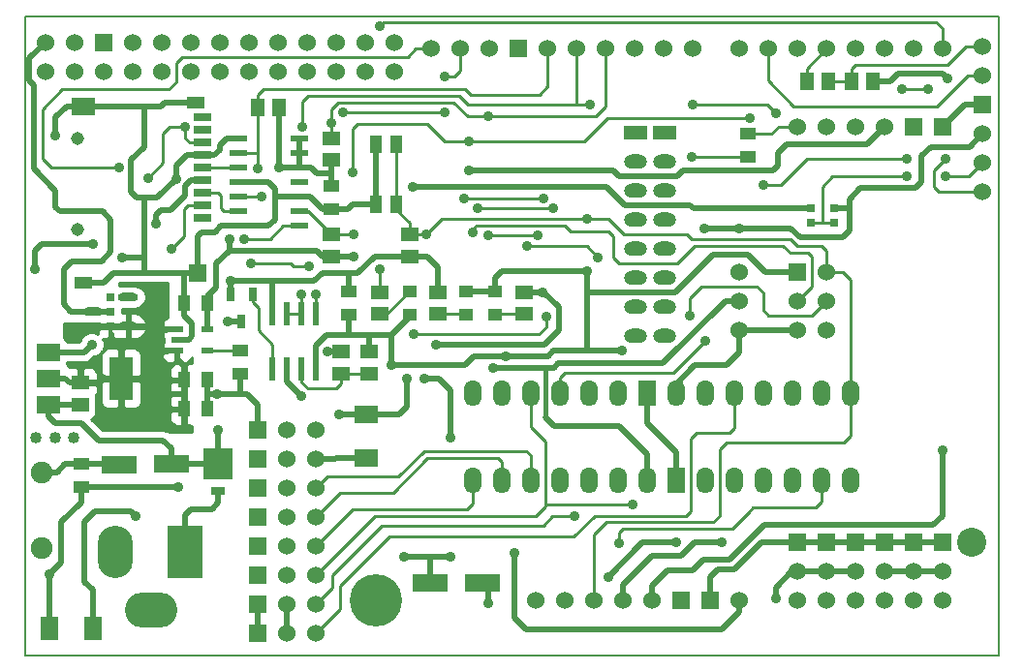
<source format=gtl>
G04 (created by PCBNEW (2013-03-15 BZR 4003)-stable) date 14-Jun-13 12:24:43 PM*
%MOIN*%
G04 Gerber Fmt 3.4, Leading zero omitted, Abs format*
%FSLAX34Y34*%
G01*
G70*
G90*
G04 APERTURE LIST*
%ADD10C,2.3622e-006*%
%ADD11C,0.005*%
%ADD12R,0.06X0.06*%
%ADD13C,0.06*%
%ADD14R,0.056X0.042*%
%ADD15R,0.05X0.04*%
%ADD16R,0.061X0.0197*%
%ADD17R,0.0394X0.0591*%
%ADD18R,0.042X0.056*%
%ADD19R,0.0512X0.059*%
%ADD20R,0.059X0.0512*%
%ADD21C,0.04*%
%ADD22R,0.044X0.0236*%
%ADD23R,0.08X0.15*%
%ADD24R,0.08X0.06*%
%ADD25R,0.0315X0.0472*%
%ADD26R,0.024X0.08*%
%ADD27R,0.12X0.064*%
%ADD28R,0.08X0.05*%
%ADD29O,0.08X0.05*%
%ADD30C,0.075*%
%ADD31R,0.06X0.03*%
%ADD32R,0.06X0.04*%
%ADD33C,0.045*%
%ADD34R,0.03X0.03*%
%ADD35R,0.06X0.08*%
%ADD36R,0.1X0.105*%
%ADD37R,0.05X0.03*%
%ADD38O,0.12X0.18*%
%ADD39R,0.12X0.18*%
%ADD40O,0.18X0.12*%
%ADD41O,0.07X0.03*%
%ADD42C,0.18*%
%ADD43C,0.1*%
%ADD44O,0.06X0.09*%
%ADD45R,0.06X0.09*%
%ADD46C,0.035*%
%ADD47C,0.02*%
%ADD48C,0.015*%
%ADD49C,0.01*%
G04 APERTURE END LIST*
G54D10*
G54D11*
X43500Y-32000D02*
X43500Y-10000D01*
X10000Y-10000D02*
X43500Y-10000D01*
X43500Y-32000D02*
X10000Y-32000D01*
X10000Y-32000D02*
X10000Y-10000D01*
G54D12*
X18000Y-31250D03*
X18000Y-30250D03*
X18000Y-29250D03*
X18000Y-28250D03*
X18000Y-27250D03*
X18000Y-26250D03*
X18000Y-25250D03*
X18000Y-24250D03*
G54D13*
X19000Y-31250D03*
X19000Y-30250D03*
X19000Y-29250D03*
X19000Y-28250D03*
X19000Y-27250D03*
X19000Y-26250D03*
X19000Y-25250D03*
X19000Y-24250D03*
G54D14*
X11925Y-26225D03*
X11925Y-25425D03*
X17400Y-21525D03*
X17400Y-22325D03*
G54D15*
X23225Y-19475D03*
X23225Y-20275D03*
X26175Y-20275D03*
X26175Y-19475D03*
X25175Y-20275D03*
X25175Y-19475D03*
G54D14*
X20550Y-16650D03*
X20550Y-15850D03*
G54D16*
X17325Y-14225D03*
X17325Y-14725D03*
X17325Y-15225D03*
X17325Y-15725D03*
X17325Y-16225D03*
X17325Y-16725D03*
X17325Y-17225D03*
X19425Y-17225D03*
X19425Y-16725D03*
X19425Y-16225D03*
X19425Y-15725D03*
X19425Y-15225D03*
X19425Y-14725D03*
X19425Y-14225D03*
G54D17*
X22075Y-14425D03*
X22075Y-16475D03*
X22775Y-16475D03*
X22775Y-14425D03*
G54D14*
X34875Y-14050D03*
X34875Y-14850D03*
G54D18*
X15475Y-23525D03*
X16275Y-23525D03*
X16275Y-19875D03*
X15475Y-19875D03*
X15475Y-22525D03*
X16275Y-22525D03*
G54D19*
X18750Y-13150D03*
X18000Y-13150D03*
G54D20*
X20550Y-14950D03*
X20550Y-14200D03*
X20550Y-18275D03*
X20550Y-17525D03*
X23225Y-18275D03*
X23225Y-17525D03*
X24200Y-19500D03*
X24200Y-20250D03*
X27175Y-19500D03*
X27175Y-20250D03*
G54D21*
X11675Y-24500D03*
X11025Y-24500D03*
X10375Y-24500D03*
G54D20*
X20875Y-21550D03*
X20875Y-22300D03*
X21850Y-22300D03*
X21850Y-21550D03*
X22200Y-19500D03*
X22200Y-20250D03*
G54D22*
X15225Y-20775D03*
X15225Y-21525D03*
X15225Y-21150D03*
X16275Y-21525D03*
X16275Y-20775D03*
G54D23*
X13300Y-22475D03*
G54D24*
X10800Y-22475D03*
X10800Y-23375D03*
X10800Y-21575D03*
G54D25*
X17825Y-19575D03*
X17450Y-20525D03*
X17075Y-19575D03*
G54D26*
X18500Y-20250D03*
X18500Y-22150D03*
X19000Y-20250D03*
X19500Y-20250D03*
X20000Y-20250D03*
X19000Y-22150D03*
X19500Y-22150D03*
X20000Y-22150D03*
G54D14*
X21150Y-19475D03*
X21150Y-20275D03*
G54D27*
X23925Y-29525D03*
X25725Y-29500D03*
X15025Y-25425D03*
X13225Y-25450D03*
G54D13*
X20000Y-31250D03*
X20000Y-30250D03*
X20000Y-29250D03*
X20000Y-28250D03*
X20000Y-27250D03*
X20000Y-26250D03*
X20000Y-25250D03*
X20000Y-24250D03*
X42950Y-11050D03*
X42950Y-12050D03*
G54D12*
X42950Y-13050D03*
G54D13*
X42950Y-14050D03*
X42950Y-15050D03*
X42950Y-16050D03*
G54D28*
X31000Y-14000D03*
G54D29*
X31000Y-15000D03*
X31000Y-16000D03*
X31000Y-17000D03*
X31000Y-18000D03*
X31000Y-19000D03*
X31000Y-20000D03*
X31000Y-21000D03*
G54D28*
X32000Y-14000D03*
G54D29*
X32000Y-15000D03*
X32000Y-16000D03*
X32000Y-17000D03*
X32000Y-18000D03*
X32000Y-19000D03*
X32000Y-20000D03*
X32000Y-21000D03*
G54D30*
X10575Y-28300D03*
X10575Y-25700D03*
G54D13*
X37575Y-20800D03*
X36575Y-20800D03*
X37575Y-19800D03*
X36575Y-19800D03*
X37575Y-18800D03*
G54D12*
X36575Y-18800D03*
G54D31*
X16100Y-15225D03*
X16100Y-14792D03*
X16100Y-14359D03*
X16100Y-13926D03*
X16100Y-13493D03*
X16100Y-15658D03*
X16100Y-16091D03*
X16100Y-16524D03*
X16100Y-16957D03*
G54D32*
X15864Y-12963D03*
G54D24*
X12016Y-13099D03*
G54D32*
X12016Y-19162D03*
G54D12*
X15946Y-18840D03*
G54D33*
X11800Y-14200D03*
X11800Y-17350D03*
G54D34*
X37825Y-17100D03*
X37825Y-16625D03*
X37025Y-17100D03*
X37025Y-16625D03*
G54D35*
X12325Y-31075D03*
X10825Y-31075D03*
G54D24*
X21725Y-23725D03*
X21725Y-25225D03*
G54D36*
X16650Y-25425D03*
G54D37*
X16650Y-26350D03*
G54D38*
X13100Y-28450D03*
G54D39*
X15500Y-28450D03*
G54D40*
X14350Y-30450D03*
G54D13*
X10700Y-11900D03*
X10700Y-10900D03*
X11700Y-11900D03*
X11700Y-10900D03*
X12700Y-11900D03*
G54D12*
X12700Y-10900D03*
G54D13*
X13700Y-11900D03*
X13700Y-10900D03*
X14700Y-11900D03*
X14700Y-10900D03*
X15700Y-11900D03*
X15700Y-10900D03*
X16700Y-11900D03*
X16700Y-10900D03*
X17700Y-11900D03*
X17700Y-10900D03*
X18700Y-11900D03*
X18700Y-10900D03*
X19700Y-11900D03*
X19700Y-10900D03*
X20700Y-11900D03*
X20700Y-10900D03*
X21700Y-11900D03*
X21700Y-10900D03*
X22700Y-11900D03*
X22700Y-10900D03*
X34575Y-18800D03*
X34575Y-19800D03*
X34575Y-20800D03*
X41575Y-29125D03*
X40575Y-29125D03*
X39575Y-29125D03*
X38575Y-29125D03*
X37575Y-29125D03*
X36575Y-29125D03*
G54D12*
X41575Y-28125D03*
X40575Y-28125D03*
X39575Y-28125D03*
X38575Y-28125D03*
X37575Y-28125D03*
X36575Y-28125D03*
G54D41*
X13550Y-19675D03*
X13550Y-20675D03*
X12350Y-20175D03*
G54D34*
X12950Y-20675D03*
X12950Y-20175D03*
X12950Y-19675D03*
G54D20*
X11900Y-23375D03*
X11900Y-22625D03*
G54D12*
X41575Y-13800D03*
X40575Y-13800D03*
G54D13*
X39575Y-13800D03*
X38575Y-13800D03*
X37575Y-13800D03*
X36575Y-13800D03*
X41575Y-30125D03*
X40575Y-30125D03*
X39575Y-30125D03*
X36575Y-30125D03*
X37575Y-30125D03*
X38575Y-30125D03*
X34575Y-30125D03*
G54D12*
X33575Y-30125D03*
X32575Y-30125D03*
G54D13*
X30575Y-30125D03*
X29575Y-30125D03*
X41575Y-11125D03*
X40575Y-11125D03*
X39575Y-11125D03*
X38575Y-11125D03*
X37575Y-11125D03*
X36575Y-11125D03*
X35575Y-11125D03*
X34575Y-11125D03*
X32975Y-11125D03*
X31975Y-11125D03*
X30975Y-11125D03*
X29975Y-11125D03*
X28975Y-11125D03*
X27975Y-11125D03*
G54D12*
X26975Y-11125D03*
G54D13*
X25975Y-11125D03*
X31575Y-30125D03*
G54D42*
X22075Y-30125D03*
G54D43*
X42575Y-28125D03*
G54D13*
X28575Y-30125D03*
X27575Y-30125D03*
X24975Y-11125D03*
X23975Y-11125D03*
G54D44*
X37400Y-22975D03*
X36400Y-22975D03*
X35400Y-22975D03*
X34400Y-22975D03*
X33400Y-22975D03*
X32400Y-22975D03*
G54D45*
X31400Y-22975D03*
G54D44*
X30400Y-22975D03*
X29400Y-22975D03*
X28400Y-22975D03*
X27400Y-22975D03*
X26400Y-22975D03*
X25400Y-22975D03*
X38400Y-22975D03*
X25400Y-25975D03*
X26400Y-25975D03*
X27400Y-25975D03*
X28400Y-25975D03*
X29400Y-25975D03*
X30400Y-25975D03*
X31400Y-25975D03*
G54D45*
X32400Y-25975D03*
G54D44*
X33400Y-25975D03*
X34400Y-25975D03*
X35400Y-25975D03*
X36400Y-25975D03*
X37400Y-25975D03*
X38400Y-25975D03*
G54D19*
X36900Y-12250D03*
X37650Y-12250D03*
X38425Y-12250D03*
X39175Y-12250D03*
G54D46*
X35825Y-30050D03*
X14499Y-17135D03*
X19500Y-23075D03*
X17025Y-17675D03*
X33975Y-28125D03*
X34575Y-17300D03*
X33375Y-17300D03*
X18750Y-15225D03*
X21300Y-18275D03*
X24125Y-21300D03*
X27800Y-19500D03*
X23025Y-28600D03*
X24650Y-28600D03*
X26100Y-22100D03*
X40350Y-15525D03*
X41675Y-15525D03*
X27625Y-17550D03*
X25925Y-17550D03*
X25575Y-16625D03*
X28175Y-16625D03*
X41675Y-14925D03*
X35400Y-15825D03*
X40350Y-14925D03*
X33400Y-21175D03*
X28900Y-27225D03*
X30900Y-26825D03*
X17075Y-19125D03*
X23150Y-22475D03*
X12350Y-17850D03*
X14700Y-19300D03*
X41575Y-24950D03*
X15275Y-26225D03*
X10350Y-18700D03*
X15625Y-24200D03*
X12625Y-22475D03*
X10825Y-29225D03*
X20800Y-23700D03*
X15500Y-13825D03*
X35825Y-13350D03*
X32975Y-13050D03*
X14225Y-15575D03*
X19550Y-13825D03*
X29425Y-13050D03*
X25400Y-17450D03*
X20550Y-13675D03*
X18150Y-16225D03*
X25925Y-13450D03*
X29350Y-16975D03*
X19775Y-18600D03*
X17775Y-18500D03*
X32950Y-14850D03*
X23800Y-17525D03*
X22200Y-10350D03*
X40175Y-12525D03*
X41075Y-12525D03*
X18000Y-15250D03*
X23375Y-20950D03*
X27275Y-17925D03*
X32875Y-20325D03*
X29700Y-18300D03*
X27925Y-20350D03*
X20000Y-19575D03*
X34925Y-13500D03*
X25275Y-14300D03*
X13225Y-15200D03*
X21275Y-15375D03*
X20950Y-13325D03*
X24450Y-12075D03*
X30450Y-28150D03*
X24450Y-13325D03*
X17525Y-17675D03*
X15025Y-18025D03*
X27825Y-16275D03*
X21300Y-17525D03*
X25100Y-16275D03*
X16975Y-20525D03*
X25275Y-15300D03*
X13800Y-27225D03*
X20400Y-21550D03*
X23725Y-22475D03*
X26850Y-28475D03*
X16650Y-24250D03*
X24625Y-24500D03*
X23350Y-15875D03*
X41750Y-12150D03*
X11050Y-14125D03*
X12300Y-21300D03*
X26550Y-21700D03*
X16600Y-23025D03*
X25950Y-30200D03*
X15200Y-15600D03*
X13350Y-18325D03*
X29325Y-18775D03*
X30075Y-29300D03*
X22600Y-22025D03*
X32400Y-28125D03*
X30550Y-21525D03*
X22200Y-18725D03*
X19500Y-19575D03*
G54D47*
X41725Y-14512D02*
X42488Y-14512D01*
X42488Y-14512D02*
X42950Y-14050D01*
X37575Y-29125D02*
X38575Y-29125D01*
X19000Y-22150D02*
X19000Y-22575D01*
X15499Y-16176D02*
X15000Y-16675D01*
X38125Y-17625D02*
X36675Y-17625D01*
X36575Y-29125D02*
X36375Y-29125D01*
X20550Y-15425D02*
X20550Y-14950D01*
X16275Y-19650D02*
X16575Y-19350D01*
X40850Y-15700D02*
X40625Y-15925D01*
X40850Y-14825D02*
X40850Y-15700D01*
X41163Y-14512D02*
X40850Y-14825D01*
X40625Y-15925D02*
X38750Y-15925D01*
X20050Y-15425D02*
X20550Y-15425D01*
X15499Y-15848D02*
X15689Y-15658D01*
X36575Y-29125D02*
X37575Y-29125D01*
X31575Y-28575D02*
X30575Y-29575D01*
X38375Y-16300D02*
X38750Y-15925D01*
X27175Y-19500D02*
X27850Y-19500D01*
X38375Y-17375D02*
X38375Y-16625D01*
X35825Y-29675D02*
X35825Y-30050D01*
X33975Y-28125D02*
X33025Y-28125D01*
X27800Y-19500D02*
X27175Y-19500D01*
X16275Y-19875D02*
X16275Y-19650D01*
X19850Y-15225D02*
X20050Y-15425D01*
X14499Y-17135D02*
X14499Y-16848D01*
X20550Y-15850D02*
X20550Y-15425D01*
X19425Y-15225D02*
X19850Y-15225D01*
X18750Y-15225D02*
X18750Y-13150D01*
X20225Y-18275D02*
X20025Y-18075D01*
X19000Y-22575D02*
X19500Y-23075D01*
X17025Y-18075D02*
X17025Y-17675D01*
X36375Y-29125D02*
X35825Y-29675D01*
X19425Y-15225D02*
X18750Y-15225D01*
X27872Y-21300D02*
X28375Y-20797D01*
X15689Y-15658D02*
X16100Y-15658D01*
X16575Y-19350D02*
X16575Y-18525D01*
X16575Y-18525D02*
X17025Y-18075D01*
X30575Y-29575D02*
X30575Y-30125D01*
X19425Y-14225D02*
X19425Y-14725D01*
X32575Y-28575D02*
X31575Y-28575D01*
X21300Y-18275D02*
X20550Y-18275D01*
X34575Y-17300D02*
X36350Y-17300D01*
X34575Y-17300D02*
X33375Y-17300D01*
X14675Y-16675D02*
X14675Y-16672D01*
X24125Y-21300D02*
X27872Y-21300D01*
X19425Y-14725D02*
X19425Y-15225D01*
X20025Y-18075D02*
X17025Y-18075D01*
X33025Y-28125D02*
X32575Y-28575D01*
X15000Y-16675D02*
X14675Y-16675D01*
X37825Y-16625D02*
X38375Y-16625D01*
X15499Y-15848D02*
X15499Y-16176D01*
X20550Y-18275D02*
X20225Y-18275D01*
X27850Y-19500D02*
X28375Y-20025D01*
X14499Y-16848D02*
X14675Y-16672D01*
X41725Y-14512D02*
X41163Y-14512D01*
X16275Y-20775D02*
X16275Y-19875D01*
X28375Y-20025D02*
X28375Y-20797D01*
X38375Y-16625D02*
X38375Y-16300D01*
X38125Y-17625D02*
X38375Y-17375D01*
X36675Y-17625D02*
X36350Y-17300D01*
X20675Y-25250D02*
X20000Y-25250D01*
X20700Y-25225D02*
X20675Y-25250D01*
X21725Y-25225D02*
X20700Y-25225D01*
X23925Y-28600D02*
X23025Y-28600D01*
X19000Y-30250D02*
X19000Y-31250D01*
X24650Y-28600D02*
X23925Y-28600D01*
X23925Y-29525D02*
X23925Y-28600D01*
X31400Y-25075D02*
X30425Y-24100D01*
G54D48*
X27900Y-23800D02*
X27900Y-22100D01*
G54D47*
X28200Y-24100D02*
X27900Y-23800D01*
X31950Y-21950D02*
X34100Y-19800D01*
X31400Y-25975D02*
X31400Y-25075D01*
X28350Y-21950D02*
X31950Y-21950D01*
X34100Y-19800D02*
X34575Y-19800D01*
X30425Y-24100D02*
X28200Y-24100D01*
X27875Y-22100D02*
X28200Y-22100D01*
X26100Y-22100D02*
X27875Y-22100D01*
X27900Y-22100D02*
X27875Y-22100D01*
X28350Y-21950D02*
X28200Y-22100D01*
G54D49*
X41675Y-15525D02*
X42475Y-15525D01*
X42475Y-15525D02*
X42950Y-15050D01*
X40350Y-15525D02*
X37775Y-15525D01*
X37425Y-15875D02*
X37425Y-17100D01*
X37775Y-15525D02*
X37425Y-15875D01*
X37425Y-17100D02*
X37825Y-17100D01*
X37025Y-17100D02*
X37825Y-17100D01*
X42950Y-11050D02*
X42375Y-11050D01*
X42375Y-11050D02*
X41750Y-11675D01*
X38425Y-12250D02*
X38425Y-11825D01*
X38425Y-11825D02*
X38575Y-11675D01*
X38575Y-11675D02*
X41750Y-11675D01*
X38425Y-12250D02*
X37650Y-12250D01*
X25925Y-17550D02*
X27625Y-17550D01*
X25400Y-26775D02*
X25200Y-26975D01*
X25400Y-25975D02*
X25400Y-26775D01*
X21275Y-26975D02*
X20000Y-28250D01*
X25200Y-26975D02*
X21275Y-26975D01*
X28175Y-16625D02*
X25575Y-16625D01*
X42950Y-16050D02*
X41450Y-16050D01*
X36000Y-15825D02*
X36900Y-14925D01*
X41450Y-16050D02*
X41275Y-15875D01*
X35400Y-15825D02*
X36000Y-15825D01*
X41275Y-15325D02*
X41675Y-14925D01*
X40350Y-14925D02*
X36900Y-14925D01*
X41275Y-15875D02*
X41275Y-15325D01*
X36900Y-12250D02*
X36900Y-11800D01*
X36900Y-11800D02*
X37575Y-11125D01*
X28575Y-22275D02*
X28400Y-22450D01*
X28400Y-22450D02*
X28400Y-22975D01*
X20575Y-29250D02*
X20575Y-29675D01*
X22275Y-27550D02*
X20575Y-29250D01*
X27825Y-27550D02*
X22275Y-27550D01*
X20575Y-29675D02*
X20000Y-30250D01*
X27825Y-27550D02*
X28150Y-27225D01*
X28575Y-22275D02*
X32300Y-22275D01*
X28150Y-27225D02*
X28900Y-27225D01*
X32300Y-22275D02*
X33400Y-21175D01*
X42950Y-12050D02*
X42425Y-12050D01*
X41375Y-13100D02*
X38725Y-13100D01*
X42425Y-12050D02*
X41375Y-13100D01*
X35575Y-12225D02*
X35575Y-11125D01*
X36450Y-13100D02*
X35575Y-12225D01*
X38725Y-13100D02*
X36450Y-13100D01*
X27575Y-27200D02*
X27900Y-26875D01*
X22050Y-27200D02*
X20000Y-29250D01*
X27900Y-24650D02*
X27400Y-24150D01*
X27900Y-24650D02*
X27900Y-26875D01*
X27950Y-26825D02*
X30900Y-26825D01*
X27575Y-27200D02*
X27950Y-26825D01*
X27575Y-27200D02*
X22050Y-27200D01*
X27400Y-22975D02*
X27400Y-24150D01*
G54D47*
X11925Y-26225D02*
X15275Y-26225D01*
X32100Y-29075D02*
X31575Y-29600D01*
X31575Y-30125D02*
X31575Y-29600D01*
X34575Y-21575D02*
X34575Y-20800D01*
X32400Y-22673D02*
X33048Y-22025D01*
X10350Y-18075D02*
X10350Y-18700D01*
X15475Y-23025D02*
X15475Y-23525D01*
X15225Y-21800D02*
X15225Y-21525D01*
X18500Y-19125D02*
X18475Y-19125D01*
X15225Y-21525D02*
X14700Y-21525D01*
X33048Y-22025D02*
X34125Y-22025D01*
X23225Y-18275D02*
X22025Y-18275D01*
X11900Y-22625D02*
X12475Y-22625D01*
X13300Y-22475D02*
X12625Y-22475D01*
X32975Y-29075D02*
X32100Y-29075D01*
X36575Y-20800D02*
X34575Y-20800D01*
X24200Y-18650D02*
X23825Y-18275D01*
X14700Y-21525D02*
X14700Y-20675D01*
X34125Y-22025D02*
X34575Y-21575D01*
X40575Y-29125D02*
X41575Y-29125D01*
X15475Y-22525D02*
X15475Y-22050D01*
X24200Y-19500D02*
X24200Y-18650D01*
X15475Y-23525D02*
X15475Y-24000D01*
X21450Y-18850D02*
X21150Y-18850D01*
X11250Y-27425D02*
X11250Y-28800D01*
X35425Y-27525D02*
X41250Y-27525D01*
X20825Y-23725D02*
X20800Y-23700D01*
X21725Y-23725D02*
X20825Y-23725D01*
X17075Y-19575D02*
X17075Y-19125D01*
X18500Y-20250D02*
X18500Y-19125D01*
X14225Y-20675D02*
X13550Y-20675D01*
X10825Y-31075D02*
X10825Y-29225D01*
X14050Y-22475D02*
X14600Y-23025D01*
X41575Y-24950D02*
X41575Y-27200D01*
X41575Y-27200D02*
X41250Y-27525D01*
X11925Y-26750D02*
X11925Y-26225D01*
X15475Y-23025D02*
X14600Y-23025D01*
X33350Y-28700D02*
X32975Y-29075D01*
X15475Y-24000D02*
X15625Y-24200D01*
X22875Y-23725D02*
X21725Y-23725D01*
X12350Y-17850D02*
X10575Y-17850D01*
X14700Y-20775D02*
X14700Y-20675D01*
X11525Y-22625D02*
X11375Y-22475D01*
X19950Y-19125D02*
X20225Y-18850D01*
X21150Y-19475D02*
X21150Y-18850D01*
X14325Y-20775D02*
X14225Y-20675D01*
X18475Y-19125D02*
X17075Y-19125D01*
X22025Y-18275D02*
X21450Y-18850D01*
X15475Y-22050D02*
X15225Y-21800D01*
X10575Y-17850D02*
X10350Y-18075D01*
X23150Y-22475D02*
X23150Y-23450D01*
X32400Y-22975D02*
X32400Y-22673D01*
X19950Y-19125D02*
X18475Y-19125D01*
X14700Y-19300D02*
X14700Y-20675D01*
X11250Y-28800D02*
X10825Y-29225D01*
X11375Y-22475D02*
X10800Y-22475D01*
X11900Y-22625D02*
X11525Y-22625D01*
X23825Y-18275D02*
X23225Y-18275D01*
X11250Y-27425D02*
X11925Y-26750D01*
X21150Y-18850D02*
X20225Y-18850D01*
X23150Y-23450D02*
X22875Y-23725D01*
X15475Y-22525D02*
X15475Y-23025D01*
X39575Y-29125D02*
X40575Y-29125D01*
X12475Y-22625D02*
X12625Y-22475D01*
X13550Y-20675D02*
X12950Y-20675D01*
X14050Y-22475D02*
X13300Y-22475D01*
X15225Y-20775D02*
X14700Y-20775D01*
X14700Y-20775D02*
X14325Y-20775D01*
X34250Y-28700D02*
X33350Y-28700D01*
X35425Y-27525D02*
X34250Y-28700D01*
G54D49*
X15659Y-14359D02*
X15500Y-14200D01*
X28975Y-13050D02*
X25250Y-13050D01*
X24950Y-12750D02*
X25250Y-13050D01*
X14750Y-15050D02*
X14225Y-15575D01*
X19750Y-12750D02*
X24950Y-12750D01*
X28975Y-13050D02*
X28975Y-11125D01*
X32975Y-13050D02*
X35525Y-13050D01*
X19550Y-12950D02*
X19750Y-12750D01*
X19550Y-13825D02*
X19550Y-12950D01*
X35525Y-13050D02*
X35825Y-13350D01*
X15500Y-14200D02*
X15500Y-13825D01*
X29425Y-13050D02*
X28975Y-13050D01*
X16100Y-14359D02*
X15659Y-14359D01*
X14975Y-13825D02*
X15500Y-13825D01*
X14750Y-14050D02*
X14750Y-15050D01*
X14750Y-14050D02*
X14975Y-13825D01*
X17325Y-16225D02*
X18150Y-16225D01*
X29975Y-11125D02*
X29975Y-13100D01*
X22850Y-25850D02*
X20400Y-25850D01*
X25400Y-17450D02*
X25400Y-17325D01*
X29625Y-13450D02*
X25925Y-13450D01*
X20550Y-14200D02*
X20550Y-13675D01*
X27400Y-25975D02*
X27400Y-25125D01*
X23725Y-24975D02*
X22850Y-25850D01*
X27250Y-24975D02*
X23725Y-24975D01*
X25925Y-13450D02*
X25225Y-13450D01*
X20400Y-25850D02*
X20000Y-26250D01*
X20550Y-13200D02*
X20775Y-12975D01*
X36075Y-17900D02*
X36325Y-18150D01*
X30075Y-17400D02*
X30250Y-17575D01*
X32450Y-18500D02*
X30425Y-18500D01*
X27400Y-25125D02*
X27250Y-24975D01*
X28575Y-17200D02*
X28775Y-17400D01*
X28775Y-17400D02*
X30075Y-17400D01*
X30425Y-18500D02*
X30250Y-18325D01*
X33050Y-17900D02*
X32450Y-18500D01*
X33050Y-17900D02*
X36075Y-17900D01*
X30250Y-18325D02*
X30250Y-17575D01*
X25525Y-17200D02*
X28575Y-17200D01*
X36950Y-18150D02*
X37075Y-18275D01*
X20775Y-12975D02*
X24750Y-12975D01*
X36325Y-18150D02*
X36950Y-18150D01*
X20550Y-13675D02*
X20550Y-13200D01*
X37075Y-18275D02*
X37075Y-19300D01*
X37075Y-19300D02*
X36575Y-19800D01*
X24750Y-12975D02*
X25225Y-13450D01*
X25400Y-17325D02*
X25525Y-17200D01*
X29975Y-13100D02*
X29625Y-13450D01*
X38400Y-22975D02*
X38400Y-24450D01*
X38400Y-22975D02*
X38400Y-19075D01*
X38175Y-24675D02*
X38400Y-24450D01*
X34125Y-24675D02*
X38175Y-24675D01*
X33900Y-24900D02*
X34125Y-24675D01*
X29575Y-27850D02*
X29575Y-30125D01*
X32950Y-17675D02*
X32775Y-17500D01*
X33900Y-24900D02*
X33900Y-27200D01*
X24350Y-16975D02*
X23800Y-17525D01*
X19250Y-18600D02*
X19775Y-18600D01*
X22775Y-16475D02*
X22775Y-14425D01*
X29350Y-16975D02*
X24350Y-16975D01*
X23800Y-17525D02*
X23225Y-17525D01*
X17775Y-18500D02*
X19150Y-18500D01*
X32950Y-17675D02*
X36350Y-17675D01*
X22775Y-16475D02*
X22775Y-16675D01*
X36350Y-17675D02*
X36575Y-17900D01*
X30075Y-16975D02*
X30600Y-17500D01*
X37400Y-17900D02*
X36575Y-17900D01*
X38125Y-18800D02*
X37575Y-18800D01*
X19150Y-18500D02*
X19250Y-18600D01*
X30000Y-27425D02*
X29575Y-27850D01*
X23225Y-17125D02*
X23225Y-17525D01*
X30000Y-27425D02*
X33675Y-27425D01*
X22775Y-16675D02*
X23225Y-17125D01*
X30600Y-17500D02*
X32775Y-17500D01*
X32950Y-14850D02*
X34875Y-14850D01*
X37575Y-18800D02*
X37575Y-18075D01*
X38400Y-19075D02*
X38125Y-18800D01*
X33900Y-27200D02*
X33675Y-27425D01*
X37575Y-18075D02*
X37400Y-17900D01*
X29350Y-16975D02*
X30075Y-16975D01*
X41350Y-10200D02*
X22350Y-10200D01*
X41575Y-10425D02*
X41575Y-11125D01*
X40175Y-12525D02*
X41075Y-12525D01*
X22350Y-10200D02*
X22200Y-10350D01*
X41350Y-10200D02*
X41575Y-10425D01*
G54D47*
X11600Y-18450D02*
X12625Y-18450D01*
X11200Y-16725D02*
X11050Y-16575D01*
X12950Y-18125D02*
X12950Y-17000D01*
X12350Y-20175D02*
X11575Y-20175D01*
X11575Y-20175D02*
X11325Y-19925D01*
X12950Y-17000D02*
X12675Y-16725D01*
X10150Y-12225D02*
X10150Y-11450D01*
X11325Y-19925D02*
X11325Y-18725D01*
X10150Y-11450D02*
X10700Y-10900D01*
X12950Y-20175D02*
X12350Y-20175D01*
X12675Y-16725D02*
X11200Y-16725D01*
X11050Y-16000D02*
X11050Y-16575D01*
X11325Y-18725D02*
X11600Y-18450D01*
X10300Y-12375D02*
X10300Y-15250D01*
X10300Y-15250D02*
X11050Y-16000D01*
X12625Y-18450D02*
X12950Y-18125D01*
X10150Y-12225D02*
X10300Y-12375D01*
G54D49*
X27975Y-12425D02*
X27975Y-11125D01*
X35175Y-19300D02*
X35400Y-19525D01*
X33275Y-19300D02*
X35175Y-19300D01*
X29325Y-17925D02*
X29700Y-18300D01*
X32875Y-20325D02*
X32875Y-19700D01*
X25325Y-12700D02*
X27700Y-12700D01*
X32875Y-19700D02*
X33275Y-19300D01*
X35400Y-20125D02*
X35575Y-20300D01*
X18200Y-12525D02*
X18000Y-12725D01*
X35400Y-19525D02*
X35400Y-20125D01*
X27700Y-12700D02*
X27975Y-12425D01*
X20000Y-20250D02*
X20000Y-19575D01*
X18200Y-12525D02*
X25150Y-12525D01*
X37075Y-20300D02*
X35575Y-20300D01*
X18000Y-13150D02*
X18000Y-14725D01*
X18000Y-12725D02*
X18000Y-13150D01*
X25150Y-12525D02*
X25325Y-12700D01*
X27925Y-20700D02*
X27925Y-20350D01*
X23375Y-20950D02*
X27675Y-20950D01*
X37075Y-20300D02*
X37575Y-19800D01*
X27275Y-17925D02*
X29325Y-17925D01*
X17325Y-14725D02*
X18000Y-14725D01*
X27675Y-20950D02*
X27925Y-20700D01*
X18000Y-15250D02*
X18000Y-14725D01*
X23175Y-11400D02*
X15400Y-11400D01*
X15200Y-11600D02*
X15400Y-11400D01*
X15200Y-12275D02*
X15200Y-11600D01*
X34925Y-13500D02*
X30050Y-13500D01*
X14950Y-12525D02*
X15200Y-12275D01*
X30050Y-13500D02*
X29250Y-14300D01*
X29250Y-14300D02*
X25275Y-14300D01*
X23175Y-11400D02*
X23450Y-11125D01*
X10900Y-15200D02*
X10600Y-14900D01*
X14950Y-12525D02*
X11275Y-12525D01*
X23450Y-11125D02*
X23975Y-11125D01*
X23850Y-13700D02*
X21450Y-13700D01*
X24450Y-14300D02*
X23850Y-13700D01*
X21275Y-13875D02*
X21275Y-15375D01*
X13225Y-15200D02*
X10900Y-15200D01*
X10600Y-14900D02*
X10600Y-13200D01*
X11275Y-12525D02*
X10600Y-13200D01*
X21450Y-13700D02*
X21275Y-13875D01*
X25275Y-14300D02*
X24450Y-14300D01*
X37400Y-25975D02*
X37400Y-26725D01*
X37200Y-26925D02*
X35052Y-26925D01*
X37400Y-26725D02*
X37200Y-26925D01*
X24975Y-11125D02*
X24975Y-11875D01*
X24450Y-13325D02*
X20950Y-13325D01*
X30575Y-27650D02*
X34327Y-27650D01*
X24450Y-12075D02*
X24775Y-12075D01*
X24775Y-12075D02*
X24975Y-11875D01*
X30575Y-27650D02*
X30450Y-27775D01*
X35052Y-26925D02*
X34900Y-27077D01*
X30450Y-27775D02*
X30450Y-28150D01*
X34900Y-27077D02*
X34327Y-27650D01*
X16100Y-15225D02*
X17325Y-15225D01*
X15475Y-16650D02*
X15475Y-17575D01*
X16100Y-16524D02*
X15601Y-16524D01*
X17525Y-17675D02*
X18425Y-17675D01*
X15475Y-17575D02*
X15025Y-18025D01*
X15601Y-16524D02*
X15475Y-16650D01*
X18875Y-17225D02*
X19425Y-17225D01*
X18425Y-17675D02*
X18875Y-17225D01*
X16825Y-16725D02*
X16725Y-16625D01*
X16725Y-16175D02*
X16641Y-16091D01*
X16641Y-16091D02*
X16100Y-16091D01*
X16725Y-16625D02*
X16725Y-16175D01*
X17325Y-16725D02*
X16825Y-16725D01*
X22675Y-26400D02*
X20850Y-26400D01*
X27825Y-16275D02*
X25100Y-16275D01*
X20550Y-17525D02*
X21300Y-17525D01*
X26275Y-25225D02*
X23850Y-25225D01*
X19425Y-16725D02*
X19750Y-16725D01*
X26400Y-25975D02*
X26400Y-25350D01*
X23850Y-25225D02*
X22675Y-26400D01*
X20850Y-26400D02*
X20000Y-27250D01*
X26400Y-25350D02*
X26275Y-25225D01*
X19750Y-16725D02*
X20550Y-17525D01*
X19725Y-22825D02*
X20700Y-22825D01*
X19500Y-22600D02*
X19725Y-22825D01*
X20875Y-22650D02*
X20700Y-22825D01*
X19500Y-22150D02*
X19500Y-22600D01*
X20875Y-22300D02*
X21850Y-22300D01*
X20875Y-22300D02*
X20875Y-22650D01*
X17825Y-19575D02*
X17825Y-19850D01*
X18500Y-22150D02*
X18500Y-21300D01*
X17825Y-19850D02*
X18025Y-20050D01*
X18025Y-20825D02*
X18025Y-20050D01*
X18500Y-21300D02*
X18025Y-20825D01*
G54D47*
X15700Y-26975D02*
X15500Y-27175D01*
X16650Y-26750D02*
X16425Y-26975D01*
X16650Y-26350D02*
X16650Y-26750D01*
X15500Y-27175D02*
X15500Y-28450D01*
X16425Y-26975D02*
X15700Y-26975D01*
X25275Y-15300D02*
X30250Y-15300D01*
X30450Y-15500D02*
X30250Y-15300D01*
X35750Y-15300D02*
X32650Y-15300D01*
X35900Y-15150D02*
X35900Y-14700D01*
X36200Y-14400D02*
X38975Y-14400D01*
X32450Y-15500D02*
X30450Y-15500D01*
X35750Y-15300D02*
X35900Y-15150D01*
X16975Y-20525D02*
X17450Y-20525D01*
X38975Y-14400D02*
X39575Y-13800D01*
X32650Y-15300D02*
X32450Y-15500D01*
X36200Y-14400D02*
X35900Y-14700D01*
X13800Y-27225D02*
X13625Y-27050D01*
X12400Y-27050D02*
X12050Y-27400D01*
X12050Y-29475D02*
X12325Y-29750D01*
X12050Y-27400D02*
X12050Y-29475D01*
X13625Y-27050D02*
X12400Y-27050D01*
X12325Y-29750D02*
X12325Y-31075D01*
X11925Y-24000D02*
X12525Y-24600D01*
X24225Y-22475D02*
X23725Y-22475D01*
X14750Y-24600D02*
X12525Y-24600D01*
X11900Y-23375D02*
X10800Y-23375D01*
X10800Y-23775D02*
X11025Y-24000D01*
X15025Y-25425D02*
X16650Y-25425D01*
X16650Y-25425D02*
X16650Y-24250D01*
X20875Y-21550D02*
X20400Y-21550D01*
X10800Y-23375D02*
X10800Y-23775D01*
X15025Y-24875D02*
X14750Y-24600D01*
X15025Y-25425D02*
X15025Y-24875D01*
X11025Y-24000D02*
X11925Y-24000D01*
X24625Y-24500D02*
X24625Y-22875D01*
X24625Y-22875D02*
X24225Y-22475D01*
X26850Y-30725D02*
X26850Y-28475D01*
X34575Y-30500D02*
X34575Y-30125D01*
X33975Y-31100D02*
X27225Y-31100D01*
X27225Y-31100D02*
X26850Y-30725D01*
X34575Y-30500D02*
X33975Y-31100D01*
X37025Y-16625D02*
X33000Y-16625D01*
X30000Y-15875D02*
X30625Y-16500D01*
X23350Y-15875D02*
X30000Y-15875D01*
X30625Y-16500D02*
X32875Y-16500D01*
X33000Y-16625D02*
X32875Y-16500D01*
G54D49*
X32900Y-24550D02*
X33100Y-24350D01*
X20850Y-29624D02*
X20850Y-30400D01*
X20850Y-30400D02*
X20000Y-31250D01*
X22549Y-27925D02*
X20850Y-29624D01*
X29600Y-27200D02*
X28875Y-27925D01*
X32750Y-27200D02*
X29600Y-27200D01*
X32900Y-24550D02*
X32900Y-27050D01*
X34225Y-24350D02*
X34400Y-24175D01*
X34400Y-22975D02*
X34400Y-24175D01*
X33100Y-24350D02*
X34225Y-24350D01*
X32750Y-27200D02*
X32900Y-27050D01*
X28875Y-27925D02*
X22549Y-27925D01*
X35925Y-13800D02*
X35675Y-14050D01*
X35675Y-14050D02*
X34875Y-14050D01*
X36575Y-13800D02*
X35925Y-13800D01*
G54D47*
X39775Y-12250D02*
X39175Y-12250D01*
X40050Y-11975D02*
X39775Y-12250D01*
X41575Y-11975D02*
X40050Y-11975D01*
X41750Y-12150D02*
X41575Y-11975D01*
X35325Y-28125D02*
X34400Y-29050D01*
X34400Y-29050D02*
X33850Y-29050D01*
X33850Y-29050D02*
X33575Y-29325D01*
X25950Y-30200D02*
X25950Y-29725D01*
X42950Y-13050D02*
X42325Y-13050D01*
X42325Y-13050D02*
X41575Y-13800D01*
X22600Y-22025D02*
X25125Y-22025D01*
X16100Y-14792D02*
X16508Y-14792D01*
X17325Y-17225D02*
X18375Y-17225D01*
X23225Y-20350D02*
X22600Y-20975D01*
X25450Y-21700D02*
X26550Y-21700D01*
X21850Y-21550D02*
X21850Y-20975D01*
X15225Y-21150D02*
X15625Y-21150D01*
X16508Y-14792D02*
X16692Y-14608D01*
X26550Y-21700D02*
X28001Y-21700D01*
X16600Y-23025D02*
X16275Y-23025D01*
X21275Y-16475D02*
X21100Y-16650D01*
X14100Y-13099D02*
X14100Y-14500D01*
X22600Y-20975D02*
X21900Y-20975D01*
X29325Y-21525D02*
X29300Y-21525D01*
X19800Y-16225D02*
X19425Y-16225D01*
X15946Y-18840D02*
X15475Y-18840D01*
X23225Y-20275D02*
X23225Y-20350D01*
X17400Y-22325D02*
X17400Y-23025D01*
X13550Y-25425D02*
X13225Y-25450D01*
X20375Y-20975D02*
X21150Y-20975D01*
X33575Y-29325D02*
X33575Y-30125D01*
X31250Y-28125D02*
X30075Y-29300D01*
X28001Y-21700D02*
X28176Y-21525D01*
X22600Y-22025D02*
X22600Y-20975D01*
X14550Y-16250D02*
X15200Y-15600D01*
X15946Y-17579D02*
X16075Y-17450D01*
X14100Y-18325D02*
X13350Y-18325D01*
X13650Y-14950D02*
X14100Y-14500D01*
X14676Y-13099D02*
X14812Y-12963D01*
X10800Y-21575D02*
X12025Y-21575D01*
X29325Y-19500D02*
X29325Y-21525D01*
X15750Y-20575D02*
X15475Y-20300D01*
X37575Y-28125D02*
X38575Y-28125D01*
X20000Y-22150D02*
X20000Y-21350D01*
X15200Y-15150D02*
X15200Y-15600D01*
X15475Y-20300D02*
X15475Y-19875D01*
X31400Y-24025D02*
X31400Y-22975D01*
X32400Y-28125D02*
X31250Y-28125D01*
X38575Y-28125D02*
X39575Y-28125D01*
X18000Y-24250D02*
X18000Y-23375D01*
X40575Y-28125D02*
X41575Y-28125D01*
X29325Y-18775D02*
X29325Y-19500D01*
X26175Y-19475D02*
X26175Y-19000D01*
X33675Y-18200D02*
X32375Y-19500D01*
X18000Y-30250D02*
X18000Y-31250D01*
X16100Y-14792D02*
X15558Y-14792D01*
X16275Y-22525D02*
X16275Y-23025D01*
X11925Y-25425D02*
X13550Y-25425D01*
X14100Y-13099D02*
X14676Y-13099D01*
X12025Y-21575D02*
X12300Y-21300D01*
X11375Y-25425D02*
X11100Y-25700D01*
X15750Y-21025D02*
X15750Y-20575D01*
X32375Y-19500D02*
X29325Y-19500D01*
X15558Y-14792D02*
X15200Y-15150D01*
X25450Y-21700D02*
X25125Y-22025D01*
X14812Y-12963D02*
X15864Y-12963D01*
X12713Y-19162D02*
X12016Y-19162D01*
X17325Y-15725D02*
X18375Y-15725D01*
X20225Y-16650D02*
X19800Y-16225D01*
X17400Y-23025D02*
X17375Y-23025D01*
X22075Y-16475D02*
X21275Y-16475D01*
X12016Y-13099D02*
X14100Y-13099D01*
X36575Y-28125D02*
X35325Y-28125D01*
X15625Y-21150D02*
X15750Y-21025D01*
X22075Y-14425D02*
X22075Y-16475D01*
X21100Y-16650D02*
X20550Y-16650D01*
X14100Y-18840D02*
X14350Y-18840D01*
X18600Y-17000D02*
X18600Y-16225D01*
X13850Y-16250D02*
X14100Y-16250D01*
X39575Y-28125D02*
X40575Y-28125D01*
X11100Y-25700D02*
X10575Y-25700D01*
X21150Y-20975D02*
X21900Y-20975D01*
X13650Y-14950D02*
X13650Y-16050D01*
X36575Y-28125D02*
X37575Y-28125D01*
X11925Y-25425D02*
X11375Y-25425D01*
X16750Y-17225D02*
X16525Y-17450D01*
X17325Y-17225D02*
X16750Y-17225D01*
X29300Y-21525D02*
X28176Y-21525D01*
X25950Y-29725D02*
X25725Y-29500D01*
X20000Y-21350D02*
X20375Y-20975D01*
X36575Y-18800D02*
X35475Y-18800D01*
X21150Y-20275D02*
X21150Y-20975D01*
X13650Y-16050D02*
X13850Y-16250D01*
X13035Y-18840D02*
X12713Y-19162D01*
X11050Y-13475D02*
X11050Y-14125D01*
X33675Y-18200D02*
X34875Y-18200D01*
X15475Y-18840D02*
X14350Y-18840D01*
X15475Y-19875D02*
X15475Y-18840D01*
X16600Y-23025D02*
X17375Y-23025D01*
X16275Y-23025D02*
X16275Y-23525D01*
X18600Y-16225D02*
X18600Y-15950D01*
X32400Y-25025D02*
X31400Y-24025D01*
X14100Y-16250D02*
X14550Y-16250D01*
X18600Y-16225D02*
X19425Y-16225D01*
X14100Y-18325D02*
X14100Y-18840D01*
X14100Y-16250D02*
X14100Y-18325D01*
X16075Y-17450D02*
X16525Y-17450D01*
X30550Y-21525D02*
X29300Y-21525D01*
X16692Y-14458D02*
X16692Y-14608D01*
X32400Y-25975D02*
X32400Y-25025D01*
X20550Y-16650D02*
X20225Y-16650D01*
X18000Y-23375D02*
X17650Y-23025D01*
X18375Y-17225D02*
X18600Y-17000D01*
X12016Y-13099D02*
X11426Y-13099D01*
X11426Y-13099D02*
X11050Y-13475D01*
X21850Y-20975D02*
X21900Y-20975D01*
X18375Y-15725D02*
X18600Y-15950D01*
X14350Y-18840D02*
X13035Y-18840D01*
X15946Y-18840D02*
X15946Y-17579D01*
X29325Y-18775D02*
X26400Y-18775D01*
X17375Y-23025D02*
X17650Y-23025D01*
X16925Y-14225D02*
X16692Y-14458D01*
X17325Y-14225D02*
X16925Y-14225D01*
X26400Y-18775D02*
X26175Y-19000D01*
X35475Y-18800D02*
X34875Y-18200D01*
X25175Y-19475D02*
X26175Y-19475D01*
G54D49*
X17400Y-21525D02*
X16275Y-21525D01*
X25150Y-20250D02*
X25175Y-20275D01*
X24200Y-20250D02*
X25150Y-20250D01*
X22200Y-20250D02*
X22450Y-20250D01*
X22450Y-20250D02*
X23225Y-19475D01*
X22200Y-19500D02*
X22200Y-18725D01*
X19500Y-19575D02*
X19500Y-20250D01*
X19000Y-20250D02*
X19500Y-20250D01*
X27175Y-20250D02*
X26200Y-20250D01*
X26200Y-20250D02*
X26175Y-20275D01*
G54D10*
G36*
X15750Y-24325D02*
X15420Y-24325D01*
X15420Y-24030D01*
X15420Y-23580D01*
X15420Y-23470D01*
X15420Y-23030D01*
X15420Y-23020D01*
X15420Y-22580D01*
X15420Y-22470D01*
X15420Y-22020D01*
X15345Y-21945D01*
X15205Y-21944D01*
X15095Y-21990D01*
X15010Y-22074D01*
X14965Y-22185D01*
X14964Y-22304D01*
X14965Y-22395D01*
X15040Y-22470D01*
X15420Y-22470D01*
X15420Y-22580D01*
X15040Y-22580D01*
X14965Y-22655D01*
X14964Y-22745D01*
X14965Y-22864D01*
X15010Y-22975D01*
X15060Y-23025D01*
X15010Y-23074D01*
X14965Y-23185D01*
X14964Y-23304D01*
X14965Y-23395D01*
X15040Y-23470D01*
X15420Y-23470D01*
X15420Y-23580D01*
X15040Y-23580D01*
X14965Y-23655D01*
X14964Y-23745D01*
X14965Y-23864D01*
X15010Y-23975D01*
X15095Y-24059D01*
X15205Y-24105D01*
X15345Y-24105D01*
X15420Y-24030D01*
X15420Y-24325D01*
X14956Y-24325D01*
X14883Y-24276D01*
X14750Y-24250D01*
X14182Y-24250D01*
X14182Y-20799D01*
X14182Y-20550D01*
X14107Y-20395D01*
X13973Y-20280D01*
X13805Y-20225D01*
X13605Y-20225D01*
X13605Y-20620D01*
X14120Y-20620D01*
X14182Y-20550D01*
X14182Y-20799D01*
X14120Y-20730D01*
X13605Y-20730D01*
X13605Y-21125D01*
X13805Y-21125D01*
X13973Y-21069D01*
X14107Y-20954D01*
X14182Y-20799D01*
X14182Y-24250D01*
X14000Y-24250D01*
X14000Y-23284D01*
X14000Y-21665D01*
X13954Y-21555D01*
X13870Y-21470D01*
X13759Y-21425D01*
X13640Y-21424D01*
X13495Y-21424D01*
X13495Y-21125D01*
X13495Y-20730D01*
X13325Y-20730D01*
X13005Y-20730D01*
X12979Y-20730D01*
X12917Y-20799D01*
X12992Y-20954D01*
X13005Y-20964D01*
X13005Y-21050D01*
X13080Y-21125D01*
X13040Y-21125D01*
X13159Y-21124D01*
X13219Y-21100D01*
X13295Y-21125D01*
X13495Y-21125D01*
X13495Y-21424D01*
X13430Y-21425D01*
X13355Y-21500D01*
X13355Y-22420D01*
X13925Y-22420D01*
X14000Y-22345D01*
X14000Y-21665D01*
X14000Y-23284D01*
X14000Y-22605D01*
X13925Y-22530D01*
X13355Y-22530D01*
X13355Y-23450D01*
X13430Y-23525D01*
X13640Y-23525D01*
X13759Y-23524D01*
X13870Y-23479D01*
X13954Y-23394D01*
X14000Y-23284D01*
X14000Y-24250D01*
X13245Y-24250D01*
X13245Y-23450D01*
X13245Y-22530D01*
X12675Y-22530D01*
X12600Y-22605D01*
X12599Y-23284D01*
X12645Y-23394D01*
X12729Y-23479D01*
X12840Y-23524D01*
X12959Y-23525D01*
X13170Y-23525D01*
X13245Y-23450D01*
X13245Y-24250D01*
X12669Y-24250D01*
X12284Y-23864D01*
X12336Y-23843D01*
X12406Y-23772D01*
X12444Y-23680D01*
X12445Y-23581D01*
X12445Y-23069D01*
X12440Y-23059D01*
X12449Y-23050D01*
X12495Y-22940D01*
X12495Y-22309D01*
X12449Y-22199D01*
X12365Y-22114D01*
X12254Y-22069D01*
X12135Y-22068D01*
X12030Y-22069D01*
X11955Y-22144D01*
X11955Y-22570D01*
X12420Y-22570D01*
X12495Y-22495D01*
X12495Y-22309D01*
X12495Y-22940D01*
X12495Y-22755D01*
X12420Y-22680D01*
X11955Y-22680D01*
X11955Y-22687D01*
X11845Y-22687D01*
X11845Y-22680D01*
X11837Y-22680D01*
X11837Y-22570D01*
X11845Y-22570D01*
X11845Y-22144D01*
X11770Y-22069D01*
X11664Y-22068D01*
X11545Y-22069D01*
X11490Y-22091D01*
X11454Y-22005D01*
X11427Y-21978D01*
X11449Y-21925D01*
X12025Y-21925D01*
X12158Y-21898D01*
X12158Y-21898D01*
X12272Y-21822D01*
X12369Y-21725D01*
X12384Y-21725D01*
X12540Y-21660D01*
X12645Y-21555D01*
X12599Y-21665D01*
X12600Y-22345D01*
X12675Y-22420D01*
X13245Y-22420D01*
X13245Y-21500D01*
X13170Y-21425D01*
X12959Y-21424D01*
X12840Y-21425D01*
X12729Y-21470D01*
X12660Y-21540D01*
X12724Y-21384D01*
X12725Y-21215D01*
X12676Y-21098D01*
X12740Y-21124D01*
X12859Y-21125D01*
X12820Y-21125D01*
X12895Y-21050D01*
X12895Y-20730D01*
X12575Y-20730D01*
X12500Y-20805D01*
X12499Y-20884D01*
X12519Y-20930D01*
X12384Y-20875D01*
X12215Y-20874D01*
X12059Y-20939D01*
X11939Y-21058D01*
X11875Y-21215D01*
X11875Y-21225D01*
X11449Y-21225D01*
X11412Y-21133D01*
X11350Y-21071D01*
X11350Y-20575D01*
X12138Y-20575D01*
X12530Y-20575D01*
X12575Y-20620D01*
X12895Y-20620D01*
X12895Y-20612D01*
X12972Y-20612D01*
X12979Y-20620D01*
X13005Y-20620D01*
X13325Y-20620D01*
X13495Y-20620D01*
X13495Y-20225D01*
X13350Y-20225D01*
X13350Y-20075D01*
X13761Y-20075D01*
X13914Y-20044D01*
X14044Y-19957D01*
X14131Y-19828D01*
X14161Y-19675D01*
X14131Y-19521D01*
X14044Y-19392D01*
X13914Y-19305D01*
X13761Y-19275D01*
X13338Y-19275D01*
X13250Y-19292D01*
X13250Y-19190D01*
X14100Y-19190D01*
X14350Y-19190D01*
X14900Y-19190D01*
X14900Y-20375D01*
X14834Y-20402D01*
X14750Y-20487D01*
X14704Y-20597D01*
X14705Y-20645D01*
X14780Y-20720D01*
X14900Y-20720D01*
X14900Y-20804D01*
X14863Y-20819D01*
X14853Y-20830D01*
X14780Y-20830D01*
X14705Y-20905D01*
X14704Y-20952D01*
X14750Y-21062D01*
X14754Y-21067D01*
X14754Y-21081D01*
X14754Y-21232D01*
X14750Y-21237D01*
X14704Y-21347D01*
X14705Y-21395D01*
X14780Y-21470D01*
X14853Y-21470D01*
X14863Y-21479D01*
X14900Y-21495D01*
X14900Y-21580D01*
X14780Y-21580D01*
X14705Y-21655D01*
X14704Y-21702D01*
X14750Y-21812D01*
X14834Y-21897D01*
X14945Y-21942D01*
X15064Y-21943D01*
X15095Y-21943D01*
X15170Y-21868D01*
X15170Y-21750D01*
X15280Y-21750D01*
X15280Y-21868D01*
X15355Y-21943D01*
X15385Y-21943D01*
X15504Y-21942D01*
X15615Y-21897D01*
X15699Y-21812D01*
X15725Y-21750D01*
X15750Y-21750D01*
X15750Y-21947D01*
X15744Y-21944D01*
X15605Y-21945D01*
X15530Y-22020D01*
X15530Y-22470D01*
X15537Y-22470D01*
X15537Y-22580D01*
X15530Y-22580D01*
X15530Y-23020D01*
X15530Y-23030D01*
X15530Y-23470D01*
X15537Y-23470D01*
X15537Y-23580D01*
X15530Y-23580D01*
X15530Y-24030D01*
X15605Y-24105D01*
X15744Y-24105D01*
X15750Y-24102D01*
X15750Y-24325D01*
X15750Y-24325D01*
G37*
G54D49*
X15750Y-24325D02*
X15420Y-24325D01*
X15420Y-24030D01*
X15420Y-23580D01*
X15420Y-23470D01*
X15420Y-23030D01*
X15420Y-23020D01*
X15420Y-22580D01*
X15420Y-22470D01*
X15420Y-22020D01*
X15345Y-21945D01*
X15205Y-21944D01*
X15095Y-21990D01*
X15010Y-22074D01*
X14965Y-22185D01*
X14964Y-22304D01*
X14965Y-22395D01*
X15040Y-22470D01*
X15420Y-22470D01*
X15420Y-22580D01*
X15040Y-22580D01*
X14965Y-22655D01*
X14964Y-22745D01*
X14965Y-22864D01*
X15010Y-22975D01*
X15060Y-23025D01*
X15010Y-23074D01*
X14965Y-23185D01*
X14964Y-23304D01*
X14965Y-23395D01*
X15040Y-23470D01*
X15420Y-23470D01*
X15420Y-23580D01*
X15040Y-23580D01*
X14965Y-23655D01*
X14964Y-23745D01*
X14965Y-23864D01*
X15010Y-23975D01*
X15095Y-24059D01*
X15205Y-24105D01*
X15345Y-24105D01*
X15420Y-24030D01*
X15420Y-24325D01*
X14956Y-24325D01*
X14883Y-24276D01*
X14750Y-24250D01*
X14182Y-24250D01*
X14182Y-20799D01*
X14182Y-20550D01*
X14107Y-20395D01*
X13973Y-20280D01*
X13805Y-20225D01*
X13605Y-20225D01*
X13605Y-20620D01*
X14120Y-20620D01*
X14182Y-20550D01*
X14182Y-20799D01*
X14120Y-20730D01*
X13605Y-20730D01*
X13605Y-21125D01*
X13805Y-21125D01*
X13973Y-21069D01*
X14107Y-20954D01*
X14182Y-20799D01*
X14182Y-24250D01*
X14000Y-24250D01*
X14000Y-23284D01*
X14000Y-21665D01*
X13954Y-21555D01*
X13870Y-21470D01*
X13759Y-21425D01*
X13640Y-21424D01*
X13495Y-21424D01*
X13495Y-21125D01*
X13495Y-20730D01*
X13325Y-20730D01*
X13005Y-20730D01*
X12979Y-20730D01*
X12917Y-20799D01*
X12992Y-20954D01*
X13005Y-20964D01*
X13005Y-21050D01*
X13080Y-21125D01*
X13040Y-21125D01*
X13159Y-21124D01*
X13219Y-21100D01*
X13295Y-21125D01*
X13495Y-21125D01*
X13495Y-21424D01*
X13430Y-21425D01*
X13355Y-21500D01*
X13355Y-22420D01*
X13925Y-22420D01*
X14000Y-22345D01*
X14000Y-21665D01*
X14000Y-23284D01*
X14000Y-22605D01*
X13925Y-22530D01*
X13355Y-22530D01*
X13355Y-23450D01*
X13430Y-23525D01*
X13640Y-23525D01*
X13759Y-23524D01*
X13870Y-23479D01*
X13954Y-23394D01*
X14000Y-23284D01*
X14000Y-24250D01*
X13245Y-24250D01*
X13245Y-23450D01*
X13245Y-22530D01*
X12675Y-22530D01*
X12600Y-22605D01*
X12599Y-23284D01*
X12645Y-23394D01*
X12729Y-23479D01*
X12840Y-23524D01*
X12959Y-23525D01*
X13170Y-23525D01*
X13245Y-23450D01*
X13245Y-24250D01*
X12669Y-24250D01*
X12284Y-23864D01*
X12336Y-23843D01*
X12406Y-23772D01*
X12444Y-23680D01*
X12445Y-23581D01*
X12445Y-23069D01*
X12440Y-23059D01*
X12449Y-23050D01*
X12495Y-22940D01*
X12495Y-22309D01*
X12449Y-22199D01*
X12365Y-22114D01*
X12254Y-22069D01*
X12135Y-22068D01*
X12030Y-22069D01*
X11955Y-22144D01*
X11955Y-22570D01*
X12420Y-22570D01*
X12495Y-22495D01*
X12495Y-22309D01*
X12495Y-22940D01*
X12495Y-22755D01*
X12420Y-22680D01*
X11955Y-22680D01*
X11955Y-22687D01*
X11845Y-22687D01*
X11845Y-22680D01*
X11837Y-22680D01*
X11837Y-22570D01*
X11845Y-22570D01*
X11845Y-22144D01*
X11770Y-22069D01*
X11664Y-22068D01*
X11545Y-22069D01*
X11490Y-22091D01*
X11454Y-22005D01*
X11427Y-21978D01*
X11449Y-21925D01*
X12025Y-21925D01*
X12158Y-21898D01*
X12158Y-21898D01*
X12272Y-21822D01*
X12369Y-21725D01*
X12384Y-21725D01*
X12540Y-21660D01*
X12645Y-21555D01*
X12599Y-21665D01*
X12600Y-22345D01*
X12675Y-22420D01*
X13245Y-22420D01*
X13245Y-21500D01*
X13170Y-21425D01*
X12959Y-21424D01*
X12840Y-21425D01*
X12729Y-21470D01*
X12660Y-21540D01*
X12724Y-21384D01*
X12725Y-21215D01*
X12676Y-21098D01*
X12740Y-21124D01*
X12859Y-21125D01*
X12820Y-21125D01*
X12895Y-21050D01*
X12895Y-20730D01*
X12575Y-20730D01*
X12500Y-20805D01*
X12499Y-20884D01*
X12519Y-20930D01*
X12384Y-20875D01*
X12215Y-20874D01*
X12059Y-20939D01*
X11939Y-21058D01*
X11875Y-21215D01*
X11875Y-21225D01*
X11449Y-21225D01*
X11412Y-21133D01*
X11350Y-21071D01*
X11350Y-20575D01*
X12138Y-20575D01*
X12530Y-20575D01*
X12575Y-20620D01*
X12895Y-20620D01*
X12895Y-20612D01*
X12972Y-20612D01*
X12979Y-20620D01*
X13005Y-20620D01*
X13325Y-20620D01*
X13495Y-20620D01*
X13495Y-20225D01*
X13350Y-20225D01*
X13350Y-20075D01*
X13761Y-20075D01*
X13914Y-20044D01*
X14044Y-19957D01*
X14131Y-19828D01*
X14161Y-19675D01*
X14131Y-19521D01*
X14044Y-19392D01*
X13914Y-19305D01*
X13761Y-19275D01*
X13338Y-19275D01*
X13250Y-19292D01*
X13250Y-19190D01*
X14100Y-19190D01*
X14350Y-19190D01*
X14900Y-19190D01*
X14900Y-20375D01*
X14834Y-20402D01*
X14750Y-20487D01*
X14704Y-20597D01*
X14705Y-20645D01*
X14780Y-20720D01*
X14900Y-20720D01*
X14900Y-20804D01*
X14863Y-20819D01*
X14853Y-20830D01*
X14780Y-20830D01*
X14705Y-20905D01*
X14704Y-20952D01*
X14750Y-21062D01*
X14754Y-21067D01*
X14754Y-21081D01*
X14754Y-21232D01*
X14750Y-21237D01*
X14704Y-21347D01*
X14705Y-21395D01*
X14780Y-21470D01*
X14853Y-21470D01*
X14863Y-21479D01*
X14900Y-21495D01*
X14900Y-21580D01*
X14780Y-21580D01*
X14705Y-21655D01*
X14704Y-21702D01*
X14750Y-21812D01*
X14834Y-21897D01*
X14945Y-21942D01*
X15064Y-21943D01*
X15095Y-21943D01*
X15170Y-21868D01*
X15170Y-21750D01*
X15280Y-21750D01*
X15280Y-21868D01*
X15355Y-21943D01*
X15385Y-21943D01*
X15504Y-21942D01*
X15615Y-21897D01*
X15699Y-21812D01*
X15725Y-21750D01*
X15750Y-21750D01*
X15750Y-21947D01*
X15744Y-21944D01*
X15605Y-21945D01*
X15530Y-22020D01*
X15530Y-22470D01*
X15537Y-22470D01*
X15537Y-22580D01*
X15530Y-22580D01*
X15530Y-23020D01*
X15530Y-23030D01*
X15530Y-23470D01*
X15537Y-23470D01*
X15537Y-23580D01*
X15530Y-23580D01*
X15530Y-24030D01*
X15605Y-24105D01*
X15744Y-24105D01*
X15750Y-24102D01*
X15750Y-24325D01*
M02*

</source>
